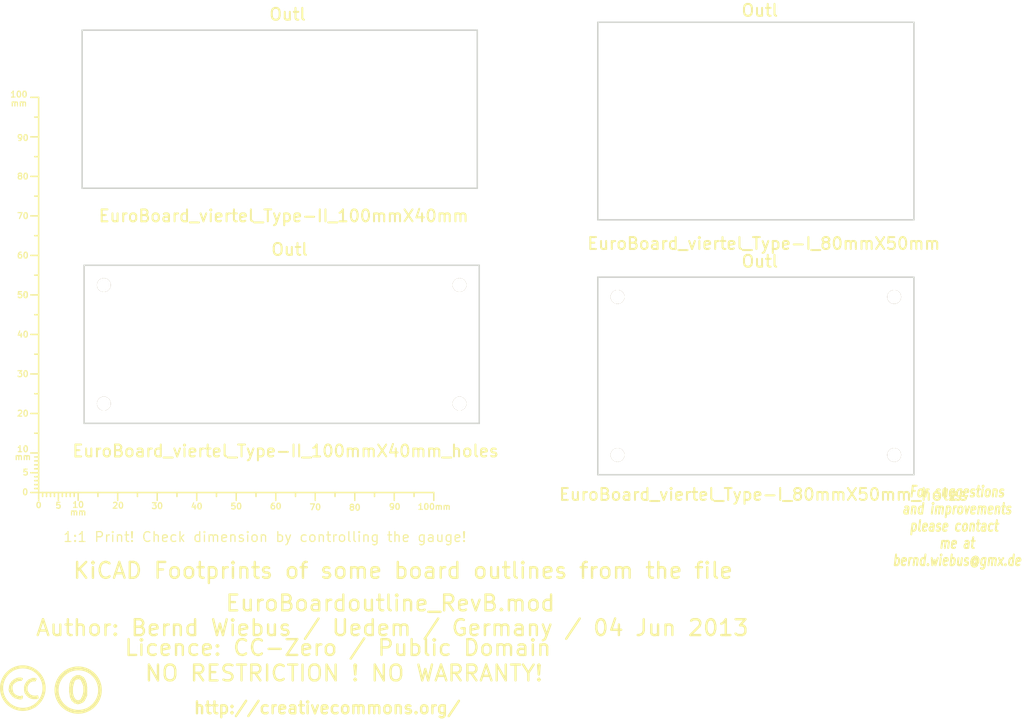
<source format=kicad_pcb>
(kicad_pcb (version 3) (host pcbnew "(2013-03-30 BZR 4007)-stable")

  (general
    (links 0)
    (no_connects 0)
    (area -16.90696 13.9963 275.720423 197.1694)
    (thickness 1.6002)
    (drawings 7)
    (tracks 0)
    (zones 0)
    (modules 7)
    (nets 1)
  )

  (page A4)
  (layers
    (15 Vorderseite signal)
    (0 Rückseite signal)
    (16 B.Adhes user)
    (17 F.Adhes user)
    (18 B.Paste user)
    (19 F.Paste user)
    (20 B.SilkS user)
    (21 F.SilkS user)
    (22 B.Mask user)
    (23 F.Mask user)
    (24 Dwgs.User user)
    (25 Cmts.User user)
    (26 Eco1.User user)
    (27 Eco2.User user)
    (28 Edge.Cuts user)
  )

  (setup
    (last_trace_width 0.2032)
    (trace_clearance 0.254)
    (zone_clearance 0.508)
    (zone_45_only no)
    (trace_min 0.2032)
    (segment_width 0.381)
    (edge_width 0.381)
    (via_size 0.889)
    (via_drill 0.635)
    (via_min_size 0.889)
    (via_min_drill 0.508)
    (uvia_size 0.508)
    (uvia_drill 0.127)
    (uvias_allowed no)
    (uvia_min_size 0.508)
    (uvia_min_drill 0.127)
    (pcb_text_width 0.3048)
    (pcb_text_size 1.524 2.032)
    (mod_edge_width 0.381)
    (mod_text_size 1.524 1.524)
    (mod_text_width 0.3048)
    (pad_size 1.524 1.524)
    (pad_drill 0.8128)
    (pad_to_mask_clearance 0.254)
    (aux_axis_origin 0 0)
    (visible_elements 7FFFFFFF)
    (pcbplotparams
      (layerselection 3178497)
      (usegerberextensions true)
      (excludeedgelayer true)
      (linewidth 60)
      (plotframeref false)
      (viasonmask false)
      (mode 1)
      (useauxorigin false)
      (hpglpennumber 1)
      (hpglpenspeed 20)
      (hpglpendiameter 15)
      (hpglpenoverlay 0)
      (psnegative false)
      (psa4output false)
      (plotreference true)
      (plotvalue true)
      (plotothertext true)
      (plotinvisibletext false)
      (padsonsilk false)
      (subtractmaskfromsilk false)
      (outputformat 1)
      (mirror false)
      (drillshape 1)
      (scaleselection 1)
      (outputdirectory ""))
  )

  (net 0 "")

  (net_class Default "Dies ist die voreingestellte Netzklasse."
    (clearance 0.254)
    (trace_width 0.2032)
    (via_dia 0.889)
    (via_drill 0.635)
    (uvia_dia 0.508)
    (uvia_drill 0.127)
    (add_net "")
  )

  (module Gauge_100mm_Type2_SilkScreenTop_RevA_Date22Jun2010 (layer Vorderseite) (tedit 4D963937) (tstamp 4D88F07A)
    (at 25 138)
    (descr "Gauge, Massstab, 100mm, SilkScreenTop, Type 2,")
    (tags "Gauge, Massstab, 100mm, SilkScreenTop, Type 2,")
    (path Gauge_100mm_Type2_SilkScreenTop_RevA_Date22Jun2010)
    (fp_text reference MSC (at 4.0005 8.99922) (layer F.SilkS) hide
      (effects (font (size 1.524 1.524) (thickness 0.3048)))
    )
    (fp_text value Gauge_100mm_Type2_SilkScreenTop_RevA_Date22Jun2010 (at 45.9994 8.99922) (layer F.SilkS) hide
      (effects (font (size 1.524 1.524) (thickness 0.3048)))
    )
    (fp_text user mm (at 9.99998 5.00126) (layer F.SilkS)
      (effects (font (size 1.524 1.524) (thickness 0.3048)))
    )
    (fp_text user mm (at -4.0005 -8.99922) (layer F.SilkS)
      (effects (font (size 1.524 1.524) (thickness 0.3048)))
    )
    (fp_text user mm (at -5.00126 -98.5012) (layer F.SilkS)
      (effects (font (size 1.524 1.524) (thickness 0.3048)))
    )
    (fp_text user 10 (at 10.00506 3.0988) (layer F.SilkS)
      (effects (font (size 1.50114 1.50114) (thickness 0.29972)))
    )
    (fp_text user 0 (at 0.00508 3.19786) (layer F.SilkS)
      (effects (font (size 1.39954 1.50114) (thickness 0.29972)))
    )
    (fp_text user 5 (at 5.0038 3.29946) (layer F.SilkS)
      (effects (font (size 1.50114 1.50114) (thickness 0.29972)))
    )
    (fp_text user 20 (at 20.1041 3.29946) (layer F.SilkS)
      (effects (font (size 1.50114 1.50114) (thickness 0.29972)))
    )
    (fp_text user 30 (at 30.00502 3.39852) (layer F.SilkS)
      (effects (font (size 1.50114 1.50114) (thickness 0.29972)))
    )
    (fp_text user 40 (at 40.005 3.50012) (layer F.SilkS)
      (effects (font (size 1.50114 1.50114) (thickness 0.29972)))
    )
    (fp_text user 50 (at 50.00498 3.50012) (layer F.SilkS)
      (effects (font (size 1.50114 1.50114) (thickness 0.29972)))
    )
    (fp_text user 60 (at 60.00496 3.50012) (layer F.SilkS)
      (effects (font (size 1.50114 1.50114) (thickness 0.29972)))
    )
    (fp_text user 70 (at 70.00494 3.70078) (layer F.SilkS)
      (effects (font (size 1.50114 1.50114) (thickness 0.29972)))
    )
    (fp_text user 80 (at 80.00492 3.79984) (layer F.SilkS)
      (effects (font (size 1.50114 1.50114) (thickness 0.29972)))
    )
    (fp_text user 90 (at 90.1065 3.60172) (layer F.SilkS)
      (effects (font (size 1.50114 1.50114) (thickness 0.29972)))
    )
    (fp_text user 100mm (at 100.10648 3.60172) (layer F.SilkS)
      (effects (font (size 1.50114 1.50114) (thickness 0.29972)))
    )
    (fp_line (start 0 -8.99922) (end -1.00076 -8.99922) (layer F.SilkS) (width 0.381))
    (fp_line (start 0 -8.001) (end -1.00076 -8.001) (layer F.SilkS) (width 0.381))
    (fp_line (start 0 -7.00024) (end -1.00076 -7.00024) (layer F.SilkS) (width 0.381))
    (fp_line (start 0 -5.99948) (end -1.00076 -5.99948) (layer F.SilkS) (width 0.381))
    (fp_line (start 0 -4.0005) (end -1.00076 -4.0005) (layer F.SilkS) (width 0.381))
    (fp_line (start 0 -2.99974) (end -1.00076 -2.99974) (layer F.SilkS) (width 0.381))
    (fp_line (start 0 -1.99898) (end -1.00076 -1.99898) (layer F.SilkS) (width 0.381))
    (fp_line (start 0 -1.00076) (end -1.00076 -1.00076) (layer F.SilkS) (width 0.381))
    (fp_line (start 0 0) (end -1.99898 0) (layer F.SilkS) (width 0.381))
    (fp_line (start 0 -5.00126) (end -1.99898 -5.00126) (layer F.SilkS) (width 0.381))
    (fp_line (start 0 -9.99998) (end -1.99898 -9.99998) (layer F.SilkS) (width 0.381))
    (fp_line (start 0 -15.00124) (end -1.00076 -15.00124) (layer F.SilkS) (width 0.381))
    (fp_line (start 0 -19.99996) (end -1.99898 -19.99996) (layer F.SilkS) (width 0.381))
    (fp_line (start 0 -25.00122) (end -1.00076 -25.00122) (layer F.SilkS) (width 0.381))
    (fp_line (start 0 -29.99994) (end -1.99898 -29.99994) (layer F.SilkS) (width 0.381))
    (fp_line (start 0 -35.0012) (end -1.00076 -35.0012) (layer F.SilkS) (width 0.381))
    (fp_line (start 0 -39.99992) (end -1.99898 -39.99992) (layer F.SilkS) (width 0.381))
    (fp_line (start 0 -45.00118) (end -1.00076 -45.00118) (layer F.SilkS) (width 0.381))
    (fp_line (start 0 -49.9999) (end -1.99898 -49.9999) (layer F.SilkS) (width 0.381))
    (fp_line (start 0 -55.00116) (end -1.00076 -55.00116) (layer F.SilkS) (width 0.381))
    (fp_line (start 0 -59.99988) (end -1.99898 -59.99988) (layer F.SilkS) (width 0.381))
    (fp_line (start 0 -65.00114) (end -1.00076 -65.00114) (layer F.SilkS) (width 0.381))
    (fp_line (start 0 -69.99986) (end -1.99898 -69.99986) (layer F.SilkS) (width 0.381))
    (fp_line (start 0 -75.00112) (end -1.00076 -75.00112) (layer F.SilkS) (width 0.381))
    (fp_line (start 0 -79.99984) (end -1.99898 -79.99984) (layer F.SilkS) (width 0.381))
    (fp_line (start 0 -85.0011) (end -1.00076 -85.0011) (layer F.SilkS) (width 0.381))
    (fp_line (start 0 -89.99982) (end -1.99898 -89.99982) (layer F.SilkS) (width 0.381))
    (fp_line (start 0 -95.00108) (end -1.00076 -95.00108) (layer F.SilkS) (width 0.381))
    (fp_line (start 0 0) (end 0 -99.9998) (layer F.SilkS) (width 0.381))
    (fp_line (start 0 -99.9998) (end -1.99898 -99.9998) (layer F.SilkS) (width 0.381))
    (fp_text user 100 (at -4.99872 -100.7491) (layer F.SilkS)
      (effects (font (size 1.50114 1.50114) (thickness 0.29972)))
    )
    (fp_text user 90 (at -4.0005 -89.7509) (layer F.SilkS)
      (effects (font (size 1.50114 1.50114) (thickness 0.29972)))
    )
    (fp_text user 80 (at -4.0005 -79.99984) (layer F.SilkS)
      (effects (font (size 1.50114 1.50114) (thickness 0.29972)))
    )
    (fp_text user 70 (at -4.0005 -69.99986) (layer F.SilkS)
      (effects (font (size 1.50114 1.50114) (thickness 0.29972)))
    )
    (fp_text user 60 (at -4.0005 -59.99988) (layer F.SilkS)
      (effects (font (size 1.50114 1.50114) (thickness 0.29972)))
    )
    (fp_text user 50 (at -4.0005 -49.9999) (layer F.SilkS)
      (effects (font (size 1.50114 1.50114) (thickness 0.34036)))
    )
    (fp_text user 40 (at -4.0005 -39.99992) (layer F.SilkS)
      (effects (font (size 1.50114 1.50114) (thickness 0.29972)))
    )
    (fp_text user 30 (at -4.0005 -29.99994) (layer F.SilkS)
      (effects (font (size 1.50114 1.50114) (thickness 0.29972)))
    )
    (fp_text user 20 (at -4.0005 -19.99996) (layer F.SilkS)
      (effects (font (size 1.50114 1.50114) (thickness 0.29972)))
    )
    (fp_line (start 95.00108 0) (end 95.00108 1.00076) (layer F.SilkS) (width 0.381))
    (fp_line (start 89.99982 0) (end 89.99982 1.99898) (layer F.SilkS) (width 0.381))
    (fp_line (start 85.0011 0) (end 85.0011 1.00076) (layer F.SilkS) (width 0.381))
    (fp_line (start 79.99984 0) (end 79.99984 1.99898) (layer F.SilkS) (width 0.381))
    (fp_line (start 75.00112 0) (end 75.00112 1.00076) (layer F.SilkS) (width 0.381))
    (fp_line (start 69.99986 0) (end 69.99986 1.99898) (layer F.SilkS) (width 0.381))
    (fp_line (start 65.00114 0) (end 65.00114 1.00076) (layer F.SilkS) (width 0.381))
    (fp_line (start 59.99988 0) (end 59.99988 1.99898) (layer F.SilkS) (width 0.381))
    (fp_line (start 55.00116 0) (end 55.00116 1.00076) (layer F.SilkS) (width 0.381))
    (fp_line (start 49.9999 0) (end 49.9999 1.99898) (layer F.SilkS) (width 0.381))
    (fp_line (start 45.00118 0) (end 45.00118 1.00076) (layer F.SilkS) (width 0.381))
    (fp_line (start 39.99992 0) (end 39.99992 1.99898) (layer F.SilkS) (width 0.381))
    (fp_line (start 35.0012 0) (end 35.0012 1.00076) (layer F.SilkS) (width 0.381))
    (fp_line (start 29.99994 0) (end 29.99994 1.99898) (layer F.SilkS) (width 0.381))
    (fp_line (start 25.00122 0) (end 25.00122 1.00076) (layer F.SilkS) (width 0.381))
    (fp_line (start 19.99996 0) (end 19.99996 1.99898) (layer F.SilkS) (width 0.381))
    (fp_line (start 15.00124 0) (end 15.00124 1.00076) (layer F.SilkS) (width 0.381))
    (fp_line (start 9.99998 0) (end 99.9998 0) (layer F.SilkS) (width 0.381))
    (fp_line (start 99.9998 0) (end 99.9998 1.99898) (layer F.SilkS) (width 0.381))
    (fp_text user 5 (at -3.302 -5.10286) (layer F.SilkS)
      (effects (font (size 1.50114 1.50114) (thickness 0.29972)))
    )
    (fp_text user 0 (at -3.4036 -0.10414) (layer F.SilkS)
      (effects (font (size 1.50114 1.50114) (thickness 0.29972)))
    )
    (fp_text user 10 (at -4.0005 -11.00074) (layer F.SilkS)
      (effects (font (size 1.50114 1.50114) (thickness 0.29972)))
    )
    (fp_line (start 8.99922 0) (end 8.99922 1.00076) (layer F.SilkS) (width 0.381))
    (fp_line (start 8.001 0) (end 8.001 1.00076) (layer F.SilkS) (width 0.381))
    (fp_line (start 7.00024 0) (end 7.00024 1.00076) (layer F.SilkS) (width 0.381))
    (fp_line (start 5.99948 0) (end 5.99948 1.00076) (layer F.SilkS) (width 0.381))
    (fp_line (start 4.0005 0) (end 4.0005 1.00076) (layer F.SilkS) (width 0.381))
    (fp_line (start 2.99974 0) (end 2.99974 1.00076) (layer F.SilkS) (width 0.381))
    (fp_line (start 1.99898 0) (end 1.99898 1.00076) (layer F.SilkS) (width 0.381))
    (fp_line (start 1.00076 0) (end 1.00076 1.00076) (layer F.SilkS) (width 0.381))
    (fp_line (start 5.00126 0) (end 5.00126 1.99898) (layer F.SilkS) (width 0.381))
    (fp_line (start 0 0) (end 0 1.99898) (layer F.SilkS) (width 0.381))
    (fp_line (start 0 0) (end 9.99998 0) (layer F.SilkS) (width 0.381))
    (fp_line (start 9.99998 0) (end 9.99998 1.99898) (layer F.SilkS) (width 0.381))
  )

  (module Symbol_CC-PublicDomain_SilkScreenTop_Big (layer Vorderseite) (tedit 515D641F) (tstamp 515F0B64)
    (at 35 188)
    (descr "Symbol, CC-PublicDomain, SilkScreen Top, Big,")
    (tags "Symbol, CC-PublicDomain, SilkScreen Top, Big,")
    (path Symbol_CC-Noncommercial_CopperTop_Big)
    (fp_text reference Sym (at 0.59944 -7.29996) (layer F.SilkS) hide
      (effects (font (size 1.524 1.524) (thickness 0.3048)))
    )
    (fp_text value Symbol_CC-PublicDomain_SilkScreenTop_Big (at 0.59944 8.001) (layer F.SilkS) hide
      (effects (font (size 1.524 1.524) (thickness 0.3048)))
    )
    (fp_circle (center 0 0) (end 5.8 -0.05) (layer F.SilkS) (width 0.381))
    (fp_circle (center 0 0) (end 5.5 0) (layer F.SilkS) (width 0.381))
    (fp_circle (center 0.05 0) (end 5.25 0) (layer F.SilkS) (width 0.381))
    (fp_line (start 1.1 -2.5) (end 1.4 -1.9) (layer F.SilkS) (width 0.381))
    (fp_line (start -1.8 1.2) (end -1.6 1.9) (layer F.SilkS) (width 0.381))
    (fp_line (start -1.6 1.9) (end -1.2 2.5) (layer F.SilkS) (width 0.381))
    (fp_line (start 0 -3) (end 0.75 -2.75) (layer F.SilkS) (width 0.381))
    (fp_line (start 0.75 -2.75) (end 1 -2.25) (layer F.SilkS) (width 0.381))
    (fp_line (start 1 -2.25) (end 1.5 -1) (layer F.SilkS) (width 0.381))
    (fp_line (start 1.5 -1) (end 1.5 -0.5) (layer F.SilkS) (width 0.381))
    (fp_line (start 1.5 -0.5) (end 1.5 0.5) (layer F.SilkS) (width 0.381))
    (fp_line (start 1.5 0.5) (end 1.25 1.5) (layer F.SilkS) (width 0.381))
    (fp_line (start 1.25 1.5) (end 0.75 2.5) (layer F.SilkS) (width 0.381))
    (fp_line (start 0.75 2.5) (end 0.25 2.75) (layer F.SilkS) (width 0.381))
    (fp_line (start 0.25 2.75) (end -0.25 2.75) (layer F.SilkS) (width 0.381))
    (fp_line (start -0.25 2.75) (end -0.75 2.5) (layer F.SilkS) (width 0.381))
    (fp_line (start -0.75 2.5) (end -1.25 1.75) (layer F.SilkS) (width 0.381))
    (fp_line (start -1.25 1.75) (end -1.5 0.75) (layer F.SilkS) (width 0.381))
    (fp_line (start -1.5 0.75) (end -1.5 -0.75) (layer F.SilkS) (width 0.381))
    (fp_line (start -1.5 -0.75) (end -1.25 -1.75) (layer F.SilkS) (width 0.381))
    (fp_line (start -1.25 -1.75) (end -1 -2.5) (layer F.SilkS) (width 0.381))
    (fp_line (start -1 -2.5) (end -0.3 -2.9) (layer F.SilkS) (width 0.381))
    (fp_line (start -0.3 -2.9) (end 0.2 -3) (layer F.SilkS) (width 0.381))
    (fp_line (start 0.2 -3) (end 0.8 -3) (layer F.SilkS) (width 0.381))
    (fp_line (start 0.8 -3) (end 1.4 -2.3) (layer F.SilkS) (width 0.381))
    (fp_line (start 1.4 -2.3) (end 1.6 -1.4) (layer F.SilkS) (width 0.381))
    (fp_line (start 1.6 -1.4) (end 1.7 -0.3) (layer F.SilkS) (width 0.381))
    (fp_line (start 1.7 -0.3) (end 1.7 0.9) (layer F.SilkS) (width 0.381))
    (fp_line (start 1.7 0.9) (end 1.4 1.8) (layer F.SilkS) (width 0.381))
    (fp_line (start 1.4 1.8) (end 1 2.7) (layer F.SilkS) (width 0.381))
    (fp_line (start 1 2.7) (end 0.5 3) (layer F.SilkS) (width 0.381))
    (fp_line (start 0.5 3) (end -0.4 3) (layer F.SilkS) (width 0.381))
    (fp_line (start -0.4 3) (end -1.3 2.3) (layer F.SilkS) (width 0.381))
    (fp_line (start -1.3 2.3) (end -1.7 1) (layer F.SilkS) (width 0.381))
    (fp_line (start -1.7 1) (end -1.8 -0.7) (layer F.SilkS) (width 0.381))
    (fp_line (start -1.8 -0.7) (end -1.4 -2.2) (layer F.SilkS) (width 0.381))
    (fp_line (start -1.4 -2.2) (end -1 -2.9) (layer F.SilkS) (width 0.381))
    (fp_line (start -1 -2.9) (end -0.2 -3.3) (layer F.SilkS) (width 0.381))
    (fp_line (start -0.2 -3.3) (end 0.7 -3.2) (layer F.SilkS) (width 0.381))
    (fp_line (start 0.7 -3.2) (end 1.3 -3.1) (layer F.SilkS) (width 0.381))
    (fp_line (start 1.3 -3.1) (end 1.7 -2.4) (layer F.SilkS) (width 0.381))
    (fp_line (start 1.7 -2.4) (end 2 -1.6) (layer F.SilkS) (width 0.381))
    (fp_line (start 2 -1.6) (end 2.1 -0.6) (layer F.SilkS) (width 0.381))
    (fp_line (start 2.1 -0.6) (end 2.1 0.3) (layer F.SilkS) (width 0.381))
    (fp_line (start 2.1 0.3) (end 2.1 1.3) (layer F.SilkS) (width 0.381))
    (fp_line (start 2.1 1.3) (end 1.9 1.8) (layer F.SilkS) (width 0.381))
    (fp_line (start 1.9 1.8) (end 1.5 2.6) (layer F.SilkS) (width 0.381))
    (fp_line (start 1.5 2.6) (end 1.1 3) (layer F.SilkS) (width 0.381))
    (fp_line (start 1.1 3) (end 0.4 3.3) (layer F.SilkS) (width 0.381))
    (fp_line (start 0.4 3.3) (end -0.1 3.4) (layer F.SilkS) (width 0.381))
    (fp_line (start -0.1 3.4) (end -0.8 3.2) (layer F.SilkS) (width 0.381))
    (fp_line (start -0.8 3.2) (end -1.5 2.6) (layer F.SilkS) (width 0.381))
    (fp_line (start -1.5 2.6) (end -1.9 1.7) (layer F.SilkS) (width 0.381))
    (fp_line (start -1.9 1.7) (end -2.1 0.4) (layer F.SilkS) (width 0.381))
    (fp_line (start -2.1 0.4) (end -2.1 -0.6) (layer F.SilkS) (width 0.381))
    (fp_line (start -2.1 -0.6) (end -2 -1.6) (layer F.SilkS) (width 0.381))
    (fp_line (start -2 -1.6) (end -1.7 -2.4) (layer F.SilkS) (width 0.381))
    (fp_line (start -1.7 -2.4) (end -1.2 -3.1) (layer F.SilkS) (width 0.381))
    (fp_line (start -1.2 -3.1) (end -0.4 -3.6) (layer F.SilkS) (width 0.381))
    (fp_line (start -0.4 -3.6) (end 0.4 -3.6) (layer F.SilkS) (width 0.381))
    (fp_line (start 0.4 -3.6) (end 1.1 -3.2) (layer F.SilkS) (width 0.381))
    (fp_line (start 1.1 -3.2) (end 1.1 -2.9) (layer F.SilkS) (width 0.381))
    (fp_line (start 1.1 -2.9) (end 1.8 -1.5) (layer F.SilkS) (width 0.381))
    (fp_line (start 1.8 -1.5) (end 1.8 -0.4) (layer F.SilkS) (width 0.381))
    (fp_line (start 1.8 -0.4) (end 1.8 1.1) (layer F.SilkS) (width 0.381))
    (fp_line (start 1.8 1.1) (end 1.2 2.6) (layer F.SilkS) (width 0.381))
    (fp_line (start 1.2 2.6) (end 0.2 3.2) (layer F.SilkS) (width 0.381))
    (fp_line (start 0.2 3.2) (end -0.5 3.2) (layer F.SilkS) (width 0.381))
    (fp_line (start -0.5 3.2) (end -1.1 2.7) (layer F.SilkS) (width 0.381))
    (fp_line (start -1.1 2.7) (end -1.9 0.6) (layer F.SilkS) (width 0.381))
    (fp_line (start -1.9 0.6) (end -1.7 -1.9) (layer F.SilkS) (width 0.381))
  )

  (module Symbol_CreativeCommons_SilkScreenTop_Type2_Big (layer Vorderseite) (tedit 515D640C) (tstamp 515F46B2)
    (at 21 187.5)
    (descr "Symbol, Creative Commons, SilkScreen Top, Type 2, Big,")
    (tags "Symbol, Creative Commons, SilkScreen Top, Type 2, Big,")
    (path Symbol_CreativeCommons_CopperTop_Type2_Big)
    (fp_text reference Sym (at 0.59944 -7.29996) (layer F.SilkS) hide
      (effects (font (size 1.524 1.524) (thickness 0.3048)))
    )
    (fp_text value Symbol_CreativeCommons_Typ2_SilkScreenTop_Big (at 0.59944 8.001) (layer F.SilkS) hide
      (effects (font (size 1.524 1.524) (thickness 0.3048)))
    )
    (fp_line (start -0.70104 2.70002) (end -0.29972 2.60096) (layer F.SilkS) (width 0.381))
    (fp_line (start -0.29972 2.60096) (end -0.20066 2.10058) (layer F.SilkS) (width 0.381))
    (fp_line (start -2.49936 -1.69926) (end -2.70002 -1.6002) (layer F.SilkS) (width 0.381))
    (fp_line (start -2.70002 -1.6002) (end -3.0988 -1.00076) (layer F.SilkS) (width 0.381))
    (fp_line (start -3.0988 -1.00076) (end -3.29946 -0.50038) (layer F.SilkS) (width 0.381))
    (fp_line (start -3.29946 -0.50038) (end -3.40106 0.39878) (layer F.SilkS) (width 0.381))
    (fp_line (start -3.40106 0.39878) (end -3.29946 0.89916) (layer F.SilkS) (width 0.381))
    (fp_line (start -0.19812 2.4003) (end -0.29718 2.59842) (layer F.SilkS) (width 0.381))
    (fp_line (start 3.70078 2.10058) (end 3.79984 2.4003) (layer F.SilkS) (width 0.381))
    (fp_line (start 2.99974 -2.4003) (end 3.29946 -2.30124) (layer F.SilkS) (width 0.381))
    (fp_line (start 3.29946 -2.30124) (end 3.0988 -1.99898) (layer F.SilkS) (width 0.381))
    (fp_line (start 0 -5.40004) (end -0.50038 -5.40004) (layer F.SilkS) (width 0.381))
    (fp_line (start -0.50038 -5.40004) (end -1.30048 -5.10032) (layer F.SilkS) (width 0.381))
    (fp_line (start -1.30048 -5.10032) (end -1.99898 -4.89966) (layer F.SilkS) (width 0.381))
    (fp_line (start -1.99898 -4.89966) (end -2.70002 -4.699) (layer F.SilkS) (width 0.381))
    (fp_line (start -2.70002 -4.699) (end -3.29946 -4.20116) (layer F.SilkS) (width 0.381))
    (fp_line (start -3.29946 -4.20116) (end -4.0005 -3.59918) (layer F.SilkS) (width 0.381))
    (fp_line (start -4.0005 -3.59918) (end -4.50088 -2.99974) (layer F.SilkS) (width 0.381))
    (fp_line (start -4.50088 -2.99974) (end -5.00126 -2.10058) (layer F.SilkS) (width 0.381))
    (fp_line (start -5.00126 -2.10058) (end -5.30098 -1.09982) (layer F.SilkS) (width 0.381))
    (fp_line (start -5.30098 -1.09982) (end -5.40004 0.09906) (layer F.SilkS) (width 0.381))
    (fp_line (start -5.40004 0.09906) (end -5.19938 1.30048) (layer F.SilkS) (width 0.381))
    (fp_line (start -5.19938 1.30048) (end -4.8006 2.4003) (layer F.SilkS) (width 0.381))
    (fp_line (start -4.8006 2.4003) (end -3.79984 3.8989) (layer F.SilkS) (width 0.381))
    (fp_line (start -3.79984 3.8989) (end -2.60096 4.8006) (layer F.SilkS) (width 0.381))
    (fp_line (start -2.60096 4.8006) (end -1.30048 5.30098) (layer F.SilkS) (width 0.381))
    (fp_line (start -1.30048 5.30098) (end 0.09906 5.30098) (layer F.SilkS) (width 0.381))
    (fp_line (start 0.09906 5.30098) (end 1.6002 5.19938) (layer F.SilkS) (width 0.381))
    (fp_line (start 1.6002 5.19938) (end 2.60096 4.699) (layer F.SilkS) (width 0.381))
    (fp_line (start 2.60096 4.699) (end 4.20116 3.40106) (layer F.SilkS) (width 0.381))
    (fp_line (start 4.20116 3.40106) (end 5.00126 1.80086) (layer F.SilkS) (width 0.381))
    (fp_line (start 5.00126 1.80086) (end 5.40004 0.29972) (layer F.SilkS) (width 0.381))
    (fp_line (start 5.40004 0.29972) (end 5.19938 -1.39954) (layer F.SilkS) (width 0.381))
    (fp_line (start 5.19938 -1.39954) (end 4.699 -2.49936) (layer F.SilkS) (width 0.381))
    (fp_line (start 4.699 -2.49936) (end 3.40106 -4.09956) (layer F.SilkS) (width 0.381))
    (fp_line (start 3.40106 -4.09956) (end 2.4003 -4.8006) (layer F.SilkS) (width 0.381))
    (fp_line (start 2.4003 -4.8006) (end 1.39954 -5.19938) (layer F.SilkS) (width 0.381))
    (fp_line (start 1.39954 -5.19938) (end 0 -5.30098) (layer F.SilkS) (width 0.381))
    (fp_line (start 0.60198 -0.70104) (end 0.50292 -0.20066) (layer F.SilkS) (width 0.381))
    (fp_line (start 0.50292 -0.20066) (end 0.50292 0.49784) (layer F.SilkS) (width 0.381))
    (fp_line (start 0.50292 0.49784) (end 0.60198 1.09982) (layer F.SilkS) (width 0.381))
    (fp_line (start 0.60198 1.09982) (end 1.00076 1.69926) (layer F.SilkS) (width 0.381))
    (fp_line (start 1.00076 1.69926) (end 1.50114 2.19964) (layer F.SilkS) (width 0.381))
    (fp_line (start 1.50114 2.19964) (end 2.10058 2.49936) (layer F.SilkS) (width 0.381))
    (fp_line (start 2.10058 2.49936) (end 2.60096 2.59842) (layer F.SilkS) (width 0.381))
    (fp_line (start 2.60096 2.59842) (end 3.00228 2.59842) (layer F.SilkS) (width 0.381))
    (fp_line (start 3.00228 2.59842) (end 3.40106 2.59842) (layer F.SilkS) (width 0.381))
    (fp_line (start 3.40106 2.59842) (end 3.80238 2.49936) (layer F.SilkS) (width 0.381))
    (fp_line (start 3.80238 2.49936) (end 3.70078 2.2987) (layer F.SilkS) (width 0.381))
    (fp_line (start 3.70078 2.2987) (end 2.80162 2.4003) (layer F.SilkS) (width 0.381))
    (fp_line (start 2.80162 2.4003) (end 1.80086 2.09804) (layer F.SilkS) (width 0.381))
    (fp_line (start 1.80086 2.09804) (end 1.20142 1.6002) (layer F.SilkS) (width 0.381))
    (fp_line (start 1.20142 1.6002) (end 0.80264 0.6985) (layer F.SilkS) (width 0.381))
    (fp_line (start 0.80264 0.6985) (end 0.70104 -0.29972) (layer F.SilkS) (width 0.381))
    (fp_line (start 0.70104 -0.29972) (end 1.00076 -1.00076) (layer F.SilkS) (width 0.381))
    (fp_line (start 1.00076 -1.00076) (end 1.60274 -1.7018) (layer F.SilkS) (width 0.381))
    (fp_line (start 1.60274 -1.7018) (end 2.30124 -2.10058) (layer F.SilkS) (width 0.381))
    (fp_line (start 2.30124 -2.10058) (end 3.00228 -2.10058) (layer F.SilkS) (width 0.381))
    (fp_line (start 3.00228 -2.10058) (end 3.10134 -1.89992) (layer F.SilkS) (width 0.381))
    (fp_line (start 3.10134 -1.89992) (end 2.5019 -1.89992) (layer F.SilkS) (width 0.381))
    (fp_line (start 2.5019 -1.89992) (end 1.80086 -1.6002) (layer F.SilkS) (width 0.381))
    (fp_line (start 1.80086 -1.6002) (end 1.30048 -1.00076) (layer F.SilkS) (width 0.381))
    (fp_line (start 1.30048 -1.00076) (end 1.00076 -0.40132) (layer F.SilkS) (width 0.381))
    (fp_line (start 1.00076 -0.40132) (end 1.00076 0.09906) (layer F.SilkS) (width 0.381))
    (fp_line (start 1.00076 0.09906) (end 1.00076 0.6985) (layer F.SilkS) (width 0.381))
    (fp_line (start 1.00076 0.6985) (end 1.30048 1.19888) (layer F.SilkS) (width 0.381))
    (fp_line (start 1.30048 1.19888) (end 1.7018 1.69926) (layer F.SilkS) (width 0.381))
    (fp_line (start 1.7018 1.69926) (end 2.30124 1.99898) (layer F.SilkS) (width 0.381))
    (fp_line (start 2.30124 1.99898) (end 2.90068 2.09804) (layer F.SilkS) (width 0.381))
    (fp_line (start 2.90068 2.09804) (end 3.40106 2.09804) (layer F.SilkS) (width 0.381))
    (fp_line (start 3.40106 2.09804) (end 3.70078 1.99898) (layer F.SilkS) (width 0.381))
    (fp_line (start 3.00228 -2.4003) (end 2.40284 -2.4003) (layer F.SilkS) (width 0.381))
    (fp_line (start 2.40284 -2.4003) (end 2.00152 -2.20218) (layer F.SilkS) (width 0.381))
    (fp_line (start 2.00152 -2.20218) (end 1.50114 -2.00152) (layer F.SilkS) (width 0.381))
    (fp_line (start 1.50114 -2.00152) (end 1.10236 -1.6002) (layer F.SilkS) (width 0.381))
    (fp_line (start 1.10236 -1.6002) (end 0.80264 -1.09982) (layer F.SilkS) (width 0.381))
    (fp_line (start 0.80264 -1.09982) (end 0.60198 -0.70104) (layer F.SilkS) (width 0.381))
    (fp_line (start -0.39878 -1.99898) (end -0.89916 -1.99898) (layer F.SilkS) (width 0.381))
    (fp_line (start -0.89916 -1.99898) (end -1.39954 -1.89738) (layer F.SilkS) (width 0.381))
    (fp_line (start -1.39954 -1.89738) (end -1.89992 -1.59766) (layer F.SilkS) (width 0.381))
    (fp_line (start -1.89992 -1.59766) (end -2.4003 -1.19888) (layer F.SilkS) (width 0.381))
    (fp_line (start -2.4003 -1.30048) (end -2.70002 -0.8001) (layer F.SilkS) (width 0.381))
    (fp_line (start -2.70002 -0.8001) (end -2.79908 -0.29972) (layer F.SilkS) (width 0.381))
    (fp_line (start -2.79908 -0.29972) (end -2.79908 0.20066) (layer F.SilkS) (width 0.381))
    (fp_line (start -2.79908 0.20066) (end -2.59842 1.00076) (layer F.SilkS) (width 0.381))
    (fp_line (start -2.69748 1.00076) (end -2.39776 1.39954) (layer F.SilkS) (width 0.381))
    (fp_line (start -2.29616 1.4986) (end -1.79578 1.89992) (layer F.SilkS) (width 0.381))
    (fp_line (start -1.79578 1.89992) (end -1.29794 2.09804) (layer F.SilkS) (width 0.381))
    (fp_line (start -1.29794 2.09804) (end -0.89662 2.19964) (layer F.SilkS) (width 0.381))
    (fp_line (start -0.89662 2.19964) (end -0.49784 2.19964) (layer F.SilkS) (width 0.381))
    (fp_line (start -0.49784 2.19964) (end -0.19812 2.09804) (layer F.SilkS) (width 0.381))
    (fp_line (start -0.19812 2.09804) (end -0.29718 2.4003) (layer F.SilkS) (width 0.381))
    (fp_line (start -0.29718 2.4003) (end -0.89662 2.49936) (layer F.SilkS) (width 0.381))
    (fp_line (start -0.89662 2.49936) (end -1.59766 2.2987) (layer F.SilkS) (width 0.381))
    (fp_line (start -1.59766 2.2987) (end -2.29616 1.79832) (layer F.SilkS) (width 0.381))
    (fp_line (start -2.29616 1.79832) (end -2.79654 1.29794) (layer F.SilkS) (width 0.381))
    (fp_line (start -2.79908 1.39954) (end -2.99974 0.70104) (layer F.SilkS) (width 0.381))
    (fp_line (start -2.99974 0.70104) (end -3.0988 0) (layer F.SilkS) (width 0.381))
    (fp_line (start -3.0988 0) (end -2.99974 -0.59944) (layer F.SilkS) (width 0.381))
    (fp_line (start -2.99974 -0.8001) (end -2.70002 -1.30048) (layer F.SilkS) (width 0.381))
    (fp_line (start -2.70002 -1.09982) (end -2.19964 -1.6002) (layer F.SilkS) (width 0.381))
    (fp_line (start -2.19964 -1.69926) (end -1.69926 -1.99898) (layer F.SilkS) (width 0.381))
    (fp_line (start -1.69926 -1.99898) (end -1.19888 -2.19964) (layer F.SilkS) (width 0.381))
    (fp_line (start -1.19888 -2.19964) (end -0.6985 -2.19964) (layer F.SilkS) (width 0.381))
    (fp_line (start -0.6985 -2.19964) (end -0.29972 -2.19964) (layer F.SilkS) (width 0.381))
    (fp_line (start -0.29972 -2.19964) (end -0.20066 -2.39776) (layer F.SilkS) (width 0.381))
    (fp_line (start -0.20066 -2.39776) (end -0.59944 -2.49936) (layer F.SilkS) (width 0.381))
    (fp_line (start -0.59944 -2.49936) (end -1.00076 -2.49936) (layer F.SilkS) (width 0.381))
    (fp_line (start -1.00076 -2.49936) (end -1.4986 -2.39776) (layer F.SilkS) (width 0.381))
    (fp_line (start -1.4986 -2.39776) (end -2.10058 -2.09804) (layer F.SilkS) (width 0.381))
    (fp_line (start -2.10058 -2.09804) (end -2.59842 -1.69926) (layer F.SilkS) (width 0.381))
    (fp_line (start -2.59842 -1.6002) (end -3.0988 -0.89916) (layer F.SilkS) (width 0.381))
    (fp_line (start -3.0988 -0.89916) (end -3.29946 -0.29972) (layer F.SilkS) (width 0.381))
    (fp_line (start -3.29946 -0.29972) (end -3.29946 0.40132) (layer F.SilkS) (width 0.381))
    (fp_line (start -3.29946 0.40132) (end -3.2004 1.00076) (layer F.SilkS) (width 0.381))
    (fp_line (start -3.29946 0.8001) (end -2.99974 1.39954) (layer F.SilkS) (width 0.381))
    (fp_line (start -2.89814 1.4986) (end -2.49682 1.99898) (layer F.SilkS) (width 0.381))
    (fp_line (start -2.49682 1.99898) (end -1.89738 2.4003) (layer F.SilkS) (width 0.381))
    (fp_line (start -1.89738 2.4003) (end -1.19634 2.59842) (layer F.SilkS) (width 0.381))
    (fp_line (start -1.19634 2.59842) (end -0.69596 2.70002) (layer F.SilkS) (width 0.381))
    (fp_line (start -2.9972 1.19888) (end -2.59842 1.19888) (layer F.SilkS) (width 0.381))
    (fp_circle (center 0 0) (end 5.08 1.016) (layer F.SilkS) (width 0.381))
    (fp_circle (center 0 0) (end 5.588 0) (layer F.SilkS) (width 0.381))
  )

  (module EuroBoard_viertel_Type-II_100mmX40mm (layer Vorderseite) (tedit 51AE1CA9) (tstamp 51AE2AEA)
    (at 36 61)
    (descr "Outline, Eurocard 1/4, Type I, 100x40mm,")
    (tags "Outline, Eurocard 1/4, Type II, 100x40mm,")
    (fp_text reference Outl (at 51.99888 -44.00042) (layer F.SilkS)
      (effects (font (size 2.99974 2.99974) (thickness 0.50038)))
    )
    (fp_text value EuroBoard_viertel_Type-II_100mmX40mm (at 51.00066 7.00024) (layer F.SilkS)
      (effects (font (size 3.00228 3.00228) (thickness 0.50038)))
    )
    (fp_line (start 0 0) (end 99.9998 0) (layer Edge.Cuts) (width 0.381))
    (fp_line (start 99.9998 0) (end 99.9998 -39.99992) (layer Edge.Cuts) (width 0.381))
    (fp_line (start 99.9998 -39.99992) (end 0 -39.99992) (layer Edge.Cuts) (width 0.381))
    (fp_line (start 0 -39.99992) (end 0 0) (layer Edge.Cuts) (width 0.381))
  )

  (module EuroBoard_viertel_Type-II_100mmX40mm_holes (layer Vorderseite) (tedit 51AE1CB3) (tstamp 51AE2BB3)
    (at 36.5 120.5)
    (descr "Outline, Eurocard 1/4, Type I, 100x40mm, with holes 3,5mm,")
    (tags "Outline, Eurocard 1/4, Type II, 100x40mm, with holes 3,5mm,")
    (fp_text reference Outl (at 51.99888 -44.00042) (layer F.SilkS)
      (effects (font (size 2.99974 2.99974) (thickness 0.50038)))
    )
    (fp_text value EuroBoard_viertel_Type-II_100mmX40mm_holes (at 51.00066 7.00024) (layer F.SilkS)
      (effects (font (size 3.00228 3.00228) (thickness 0.50038)))
    )
    (fp_line (start 0 0) (end 99.9998 0) (layer Edge.Cuts) (width 0.381))
    (fp_line (start 99.9998 0) (end 99.9998 -39.99992) (layer Edge.Cuts) (width 0.381))
    (fp_line (start 99.9998 -39.99992) (end 0 -39.99992) (layer Edge.Cuts) (width 0.381))
    (fp_line (start 0 -39.99992) (end 0 0) (layer Edge.Cuts) (width 0.381))
    (pad 1 thru_hole circle (at 5.00126 -5.00126) (size 3.50012 3.50012) (drill 3.50012)
      (layers *.Cu *.Mask F.SilkS)
    )
    (pad 2 thru_hole circle (at 5.00126 -35.0012) (size 3.50012 3.50012) (drill 3.50012)
      (layers *.Cu *.Mask F.SilkS)
    )
    (pad 3 thru_hole circle (at 95.00108 -35.0012) (size 3.50012 3.50012) (drill 3.50012)
      (layers *.Cu *.Mask F.SilkS)
    )
    (pad 4 thru_hole circle (at 95.00108 -5.00126) (size 3.50012 3.50012) (drill 3.50012)
      (layers *.Cu *.Mask F.SilkS)
    )
  )

  (module EuroBoard_viertel_Type-I_80mmX50mm (layer Vorderseite) (tedit 51AE1C9F) (tstamp 51AE2C7C)
    (at 166.5 69)
    (descr "Outline, Eurocard 1/4, Type I,  80x50mm,")
    (tags "Outline, Eurocard 1/4, Type I, 80x50mm,")
    (fp_text reference Outl (at 41.00068 -52.99964) (layer F.SilkS)
      (effects (font (size 2.99974 2.99974) (thickness 0.50038)))
    )
    (fp_text value EuroBoard_viertel_Type-I_80mmX50mm (at 41.9989 5.99948) (layer F.SilkS)
      (effects (font (size 3.00228 3.00228) (thickness 0.50038)))
    )
    (fp_line (start 0 0) (end 0 -49.9999) (layer Edge.Cuts) (width 0.381))
    (fp_line (start 0 -49.9999) (end 79.99984 -49.9999) (layer Edge.Cuts) (width 0.381))
    (fp_line (start 79.99984 -49.9999) (end 79.99984 0) (layer Edge.Cuts) (width 0.381))
    (fp_line (start 79.99984 0) (end 0 0) (layer Edge.Cuts) (width 0.381))
  )

  (module EuroBoard_viertel_Type-I_80mmX50mm_holes (layer Vorderseite) (tedit 51AE1CBB) (tstamp 51AE2D45)
    (at 166.5 133.5)
    (descr "Outline, Eurocard 1/4, Type I,  80x50mm, with holes 3,5mm,")
    (tags "Outline, Eurocard 1/4, Type I, 80x50mm, with holes 3,5mm,")
    (fp_text reference Outl (at 41.00068 -54.0004) (layer F.SilkS)
      (effects (font (size 2.99974 2.99974) (thickness 0.50038)))
    )
    (fp_text value EuroBoard_viertel_Type-I_80mmX50mm_holes (at 41.9989 5.00126) (layer F.SilkS)
      (effects (font (size 3.00228 3.00228) (thickness 0.50038)))
    )
    (fp_line (start 0 0) (end 0 -49.9999) (layer Edge.Cuts) (width 0.381))
    (fp_line (start 0 -49.9999) (end 79.99984 -49.9999) (layer Edge.Cuts) (width 0.381))
    (fp_line (start 79.99984 -49.9999) (end 79.99984 0) (layer Edge.Cuts) (width 0.381))
    (fp_line (start 79.99984 0) (end 0 0) (layer Edge.Cuts) (width 0.381))
    (pad 1 thru_hole circle (at 5.00126 -5.00126) (size 3.50012 3.50012) (drill 3.50012)
      (layers *.Cu *.Mask F.SilkS)
    )
    (pad 2 thru_hole circle (at 5.00126 -45.00118) (size 3.50012 3.50012) (drill 3.50012)
      (layers *.Cu *.Mask F.SilkS)
    )
    (pad 3 thru_hole circle (at 75.00112 -45.00118) (size 3.50012 3.50012) (drill 3.50012)
      (layers *.Cu *.Mask F.SilkS)
    )
    (pad 4 thru_hole circle (at 75.00112 -5.00126) (size 3.50012 3.50012) (drill 3.50012)
      (layers *.Cu *.Mask F.SilkS)
    )
  )

  (gr_text http://creativecommons.org/ (at 98 192.5) (layer F.SilkS)
    (effects (font (size 3 3) (thickness 0.6)))
  )
  (gr_text "For suggestions\nand improvements\nplease contact \nme at\nbernd.wiebus@gmx.de" (at 257.41884 146.4691) (layer F.SilkS)
    (effects (font (size 2.70002 1.99898) (thickness 0.50038) italic))
  )
  (gr_text "1:1 Print! Check dimension by controlling the gauge!" (at 82.24882 149.25014) (layer F.SilkS)
    (effects (font (size 2.49936 2.49936) (thickness 0.29972)))
  )
  (gr_text "Licence: CC-Zero / Public Domain \nNO RESTRICTION ! NO WARRANTY!" (at 102.2501 180.50064) (layer F.SilkS)
    (effects (font (size 4.0005 4.0005) (thickness 0.59944)))
  )
  (gr_text "Author: Bernd Wiebus / Uedem / Germany / 04 Jun 2013" (at 114.50012 172.24958) (layer F.SilkS)
    (effects (font (size 4.0005 4.0005) (thickness 0.59944)))
  )
  (gr_text EuroBoardoutline_RevB.mod (at 114.00028 165.9989) (layer F.SilkS)
    (effects (font (size 4.0005 4.0005) (thickness 0.59944)))
  )
  (gr_text "KiCAD Footprints of some board outlines from the file " (at 118.75008 157.74898) (layer F.SilkS)
    (effects (font (size 4.0005 4.0005) (thickness 0.59944)))
  )

)

</source>
